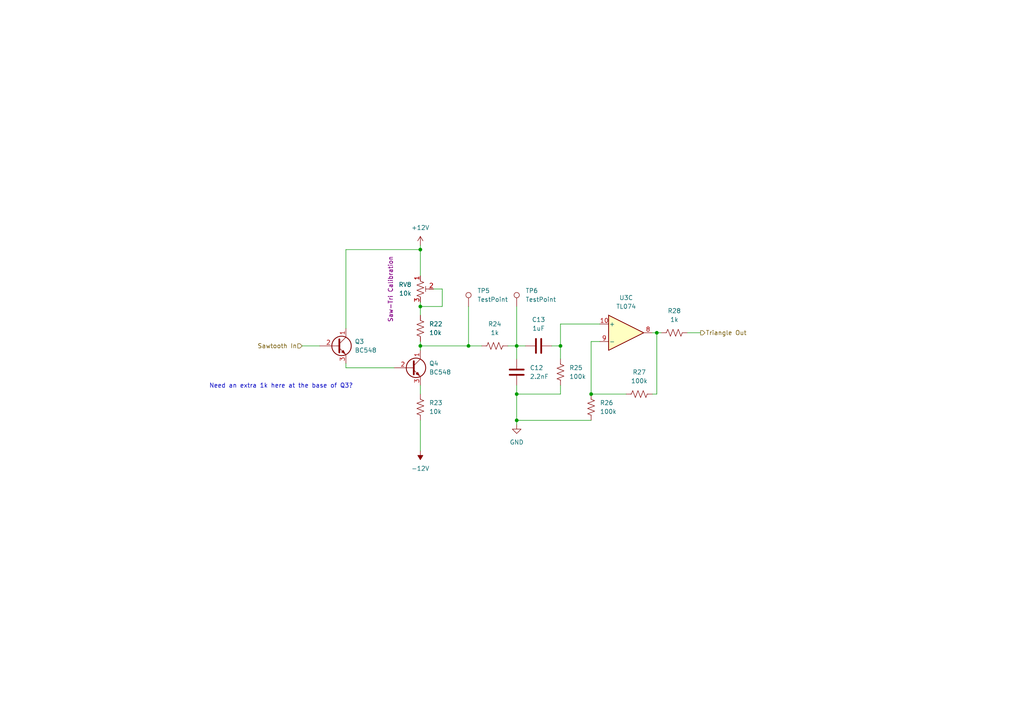
<source format=kicad_sch>
(kicad_sch (version 20231120) (generator "eeschema") (generator_version "8.0")
  (paper "A4")
  (title_block (company "DMH Instruments"))
  (lib_symbols
    (symbol "Amplifier_Operational:TL074" (pin_names (offset 0.127))
      (property "Reference" "U" (at 0 5.08 0))
      (property "Value" "TL074" (at 0 -5.08 0))
      (symbol "TL074_1_1"
        (polyline (pts (xy -5.08 5.08) (xy 5.08 0) (xy -5.08 -5.08) (xy -5.08 5.08)) (stroke (width 0.254)) (fill (type background)))
        (pin output line (at 7.62 0 180) (length 2.54) (name "~") (number "1"))
        (pin input line (at -7.62 -2.54 0) (length 2.54) (name "-") (number "2"))
        (pin input line (at -7.62 2.54 0) (length 2.54) (name "+") (number "3"))
      )
      (symbol "TL074_2_1"
        (polyline (pts (xy -5.08 5.08) (xy 5.08 0) (xy -5.08 -5.08) (xy -5.08 5.08)) (stroke (width 0.254)) (fill (type background)))
        (pin input line (at -7.62 2.54 0) (length 2.54) (name "+") (number "5"))
        (pin input line (at -7.62 -2.54 0) (length 2.54) (name "-") (number "6"))
        (pin output line (at 7.62 0 180) (length 2.54) (name "~") (number "7"))
      )
      (symbol "TL074_3_1"
        (polyline (pts (xy -5.08 5.08) (xy 5.08 0) (xy -5.08 -5.08) (xy -5.08 5.08)) (stroke (width 0.254)) (fill (type background)))
        (pin input line (at -7.62 2.54 0) (length 2.54) (name "+") (number "10"))
        (pin output line (at 7.62 0 180) (length 2.54) (name "~") (number "8"))
        (pin input line (at -7.62 -2.54 0) (length 2.54) (name "-") (number "9"))
      )
      (symbol "TL074_4_1"
        (polyline (pts (xy -5.08 5.08) (xy 5.08 0) (xy -5.08 -5.08) (xy -5.08 5.08)) (stroke (width 0.254)) (fill (type background)))
        (pin input line (at -7.62 2.54 0) (length 2.54) (name "+") (number "12"))
        (pin input line (at -7.62 -2.54 0) (length 2.54) (name "-") (number "13"))
        (pin output line (at 7.62 0 180) (length 2.54) (name "~") (number "14"))
      )
      (symbol "TL074_5_1"
        (pin power_in line (at -2.54 -7.62 90) (length 3.81) (name "V-") (number "11"))
        (pin power_in line (at -2.54 7.62 270) (length 3.81) (name "V+") (number "4"))
      )
    )
    (symbol "Connector:TestPoint" (pin_numbers hide) (pin_names (offset 0.762) hide)
      (property "Reference" "TP" (at 0 6.858 0))
      (property "Value" "TestPoint" (at 0 5.08 0))
      (symbol "TestPoint_0_1"
        (circle (center 0 3.302) (radius 0.762))
      )
      (symbol "TestPoint_1_1"
        (pin passive line (at 0 0 90) (length 2.54) (name "1") (number "1"))
      )
    )
    (symbol "Device:C" (pin_numbers hide) (pin_names (offset 0.254))
      (property "Reference" "C" (at 0.635 2.54 0))
      (property "Value" "C" (at 0.635 -2.54 0))
      (symbol "C_0_1"
        (polyline (pts (xy -2.032 -0.762) (xy 2.032 -0.762)) (stroke (width 0.508)))
        (polyline (pts (xy -2.032 0.762) (xy 2.032 0.762)) (stroke (width 0.508)))
      )
      (symbol "C_1_1"
        (pin passive line (at 0 3.81 270) (length 2.794) (name "~") (number "1"))
        (pin passive line (at 0 -3.81 90) (length 2.794) (name "~") (number "2"))
      )
    )
    (symbol "Device:R_Potentiometer_Trim_US" (pin_names (offset 1.016) hide)
      (property "Reference" "RV" (at -4.445 0 90))
      (property "Value" "R_Potentiometer_Trim_US" (at -2.54 0 90))
      (symbol "R_Potentiometer_Trim_US_0_1"
        (polyline (pts (xy 0 -2.286) (xy 0 -2.54)))
        (polyline (pts (xy 0 2.286) (xy 0 2.54)))
        (polyline (pts (xy 1.524 0.762) (xy 1.524 -0.762)))
        (polyline (pts (xy 2.54 0) (xy 1.524 0)))
        (polyline (pts (xy 0 -0.762) (xy 1.016 -1.143) (xy 0 -1.524) (xy -1.016 -1.905) (xy 0 -2.286)))
        (polyline (pts (xy 0 0.762) (xy 1.016 0.381) (xy 0 0) (xy -1.016 -0.381) (xy 0 -0.762)))
        (polyline (pts (xy 0 2.286) (xy 1.016 1.905) (xy 0 1.524) (xy -1.016 1.143) (xy 0 0.762)))
      )
      (symbol "R_Potentiometer_Trim_US_1_1"
        (pin passive line (at 0 3.81 270) (length 1.27) (name "1") (number "1"))
        (pin passive line (at 3.81 0 180) (length 1.27) (name "2") (number "2"))
        (pin passive line (at 0 -3.81 90) (length 1.27) (name "3") (number "3"))
      )
    )
    (symbol "Device:R_US" (pin_numbers hide) (pin_names (offset 0))
      (property "Reference" "R" (at 2.54 0 90))
      (property "Value" "R_US" (at -2.54 0 90))
      (symbol "R_US_0_1"
        (polyline (pts (xy 0 -2.286) (xy 0 -2.54)))
        (polyline (pts (xy 0 2.286) (xy 0 2.54)))
        (polyline (pts (xy 0 -0.762) (xy 1.016 -1.143) (xy 0 -1.524) (xy -1.016 -1.905) (xy 0 -2.286)))
        (polyline (pts (xy 0 0.762) (xy 1.016 0.381) (xy 0 0) (xy -1.016 -0.381) (xy 0 -0.762)))
        (polyline (pts (xy 0 2.286) (xy 1.016 1.905) (xy 0 1.524) (xy -1.016 1.143) (xy 0 0.762)))
      )
      (symbol "R_US_1_1"
        (pin passive line (at 0 3.81 270) (length 1.27) (name "~") (number "1"))
        (pin passive line (at 0 -3.81 90) (length 1.27) (name "~") (number "2"))
      )
    )
    (symbol "Transistor_BJT:BC548" (pin_names (offset 0) hide)
      (property "Reference" "Q" (at 5.08 1.905 0))
      (property "Value" "BC548" (at 5.08 0 0))
      (symbol "BC548_0_1"
        (polyline (pts (xy 0 0) (xy 0.635 0)))
        (polyline (pts (xy 0.635 0.635) (xy 2.54 2.54)))
        (polyline (pts (xy 0.635 -0.635) (xy 2.54 -2.54) (xy 2.54 -2.54)))
        (polyline (pts (xy 0.635 1.905) (xy 0.635 -1.905) (xy 0.635 -1.905)) (stroke (width 0.508)))
        (polyline (pts (xy 1.27 -1.778) (xy 1.778 -1.27) (xy 2.286 -2.286) (xy 1.27 -1.778) (xy 1.27 -1.778)) (fill (type outline)))
        (circle (center 1.27 0) (radius 2.8194) (stroke (width 0.254)))
      )
      (symbol "BC548_1_1"
        (pin passive line (at 2.54 5.08 270) (length 2.54) (name "C") (number "1"))
        (pin input line (at -5.08 0 0) (length 5.08) (name "B") (number "2"))
        (pin passive line (at 2.54 -5.08 90) (length 2.54) (name "E") (number "3"))
      )
    )
    (symbol "power:+12V" (power) (pin_numbers hide) (pin_names (offset 0) hide)
      (property "Value" "+12V" (at 0 3.556 0))
      (symbol "+12V_0_1"
        (polyline (pts (xy -0.762 1.27) (xy 0 2.54)))
        (polyline (pts (xy 0 0) (xy 0 2.54)))
        (polyline (pts (xy 0 2.54) (xy 0.762 1.27)))
      )
      (symbol "+12V_1_1"
        (pin power_in line (at 0 0 90) (length 0) (name "~") (number "1"))
      )
    )
    (symbol "power:-12V" (power) (pin_numbers hide) (pin_names (offset 0) hide)
      (property "Value" "-12V" (at 0 3.556 0))
      (symbol "-12V_0_0"
        (pin power_in line (at 0 0 90) (length 0) (name "~") (number "1"))
      )
      (symbol "-12V_0_1"
        (polyline (pts (xy 0 0) (xy 0 1.27) (xy 0.762 1.27) (xy 0 2.54) (xy -0.762 1.27) (xy 0 1.27)) (fill (type outline)))
      )
    )
    (symbol "power:GND" (power) (pin_numbers hide) (pin_names (offset 0) hide)
      (property "Value" "GND" (at 0 -3.81 0))
      (symbol "GND_0_1"
        (polyline (pts (xy 0 0) (xy 0 -1.27) (xy 1.27 -1.27) (xy 0 -2.54) (xy -1.27 -1.27) (xy 0 -1.27)))
      )
      (symbol "GND_1_1"
        (pin power_in line (at 0 0 270) (length 0) (name "~") (number "1"))
      )
    )
  )
  (junction (at 171.45 114.3))
  (junction (at 149.86 100.33))
  (junction (at 135.89 100.33))
  (junction (at 121.92 88.9))
  (junction (at 149.86 121.92))
  (junction (at 190.5 96.52))
  (junction (at 121.92 100.33))
  (junction (at 121.92 72.39))
  (junction (at 162.56 100.33))
  (junction (at 149.86 114.3))
  (wire (pts (xy 149.86 111.76) (xy 149.86 114.3)))
  (wire (pts (xy 162.56 93.98) (xy 173.99 93.98)))
  (wire (pts (xy 149.86 100.33) (xy 149.86 104.14)))
  (wire (pts (xy 171.45 114.3) (xy 171.45 99.06)))
  (wire (pts (xy 189.23 114.3) (xy 190.5 114.3)))
  (wire (pts (xy 190.5 96.52) (xy 190.5 114.3)))
  (wire (pts (xy 100.33 72.39) (xy 100.33 95.25)))
  (wire (pts (xy 160.02 100.33) (xy 162.56 100.33)))
  (wire (pts (xy 121.92 87.63) (xy 121.92 88.9)))
  (wire (pts (xy 121.92 100.33) (xy 135.89 100.33)))
  (wire (pts (xy 121.92 71.12) (xy 121.92 72.39)))
  (wire (pts (xy 149.86 100.33) (xy 152.4 100.33)))
  (wire (pts (xy 189.23 96.52) (xy 190.5 96.52)))
  (wire (pts (xy 121.92 100.33) (xy 121.92 101.6)))
  (wire (pts (xy 121.92 111.76) (xy 121.92 114.3)))
  (wire (pts (xy 128.27 83.82) (xy 128.27 88.9)))
  (wire (pts (xy 149.86 121.92) (xy 171.45 121.92)))
  (wire (pts (xy 162.56 100.33) (xy 162.56 104.14)))
  (wire (pts (xy 121.92 88.9) (xy 121.92 91.44)))
  (wire (pts (xy 121.92 72.39) (xy 121.92 80.01)))
  (wire (pts (xy 121.92 121.92) (xy 121.92 130.81)))
  (wire (pts (xy 87.63 100.33) (xy 92.71 100.33)))
  (wire (pts (xy 162.56 111.76) (xy 162.56 114.3)))
  (wire (pts (xy 135.89 100.33) (xy 139.7 100.33)))
  (wire (pts (xy 147.32 100.33) (xy 149.86 100.33)))
  (wire (pts (xy 100.33 105.41) (xy 100.33 106.68)))
  (wire (pts (xy 149.86 121.92) (xy 149.86 123.19)))
  (wire (pts (xy 171.45 99.06) (xy 173.99 99.06)))
  (wire (pts (xy 171.45 114.3) (xy 181.61 114.3)))
  (wire (pts (xy 190.5 96.52) (xy 191.77 96.52)))
  (wire (pts (xy 199.39 96.52) (xy 203.2 96.52)))
  (wire (pts (xy 121.92 88.9) (xy 128.27 88.9)))
  (wire (pts (xy 149.86 114.3) (xy 162.56 114.3)))
  (wire (pts (xy 135.89 88.9) (xy 135.89 100.33)))
  (wire (pts (xy 162.56 93.98) (xy 162.56 100.33)))
  (wire (pts (xy 125.73 83.82) (xy 128.27 83.82)))
  (wire (pts (xy 100.33 72.39) (xy 121.92 72.39)))
  (wire (pts (xy 121.92 99.06) (xy 121.92 100.33)))
  (wire (pts (xy 149.86 88.9) (xy 149.86 100.33)))
  (wire (pts (xy 100.33 106.68) (xy 114.3 106.68)))
  (wire (pts (xy 149.86 114.3) (xy 149.86 121.92)))
  (text "Need an extra 1k here at the base of Q3?" (at 81.534 112.014 0) (effects (font (size 1.27 1.27))))
  (hierarchical_label "Triangle Out" (shape output) (at 203.2 96.52 0))
  (hierarchical_label "Sawtooth In" (shape input) (at 87.63 100.33 180))
  (symbol (lib_id "Device:R_US") (at 143.51 100.33 90) (unit 1)
    (property "Reference" "R24" (at 143.51 93.98 90))
    (property "Value" "1k" (at 143.51 96.52 90))
    (property "Footprint" "Resistor_THT:R_Axial_DIN0204_L3.6mm_D1.6mm_P5.08mm_Horizontal" (effects (hide yes)))
    (property "Description" "Resistor, US symbol" (effects (hide yes)))
  )
  (symbol (lib_id "Amplifier_Operational:TL074") (at 181.61 96.52 0) (unit 3)
    (property "Reference" "U3" (at 181.61 86.36 0))
    (property "Value" "TL074" (at 181.61 88.9 0))
    (property "Datasheet" "http://www.ti.com/lit/ds/symlink/tl071.pdf" (effects (hide yes)))
    (property "Description" "Quad Low-Noise JFET-Input Operational Amplifiers, DIP-14/SOIC-14" (effects (hide yes)))
  )
  (symbol (lib_id "Device:R_US") (at 121.92 95.25 0) (unit 1)
    (property "Reference" "R22" (at 124.46 93.9799 0) (effects (justify left)))
    (property "Value" "10k" (at 124.46 96.5199 0) (effects (justify left)))
    (property "Footprint" "Resistor_THT:R_Axial_DIN0204_L3.6mm_D1.6mm_P5.08mm_Horizontal" (effects (hide yes)))
    (property "Description" "Resistor, US symbol" (effects (hide yes)))
  )
  (symbol (lib_id "Device:R_US") (at 185.42 114.3 90) (unit 1)
    (property "Reference" "R27" (at 185.42 107.95 90))
    (property "Value" "100k" (at 185.42 110.49 90))
    (property "Footprint" "Resistor_THT:R_Axial_DIN0204_L3.6mm_D1.6mm_P5.08mm_Horizontal" (effects (hide yes)))
    (property "Description" "Resistor, US symbol" (effects (hide yes)))
  )
  (symbol (lib_id "Device:R_US") (at 171.45 118.11 0) (unit 1)
    (property "Reference" "R26" (at 173.99 116.8399 0) (effects (justify left)))
    (property "Value" "100k" (at 173.99 119.3799 0) (effects (justify left)))
    (property "Footprint" "Resistor_THT:R_Axial_DIN0204_L3.6mm_D1.6mm_P5.08mm_Horizontal" (effects (hide yes)))
    (property "Description" "Resistor, US symbol" (effects (hide yes)))
  )
  (symbol (lib_id "Connector:TestPoint") (at 135.89 88.9 0) (unit 1)
    (property "Reference" "TP5" (at 138.43 84.3279 0) (effects (justify left)))
    (property "Value" "TestPoint" (at 138.43 86.8679 0) (effects (justify left)))
    (property "Description" "test point" (effects (hide yes)))
  )
  (symbol (lib_id "Device:R_US") (at 195.58 96.52 90) (unit 1)
    (property "Reference" "R28" (at 195.58 90.17 90))
    (property "Value" "1k" (at 195.58 92.71 90))
    (property "Footprint" "Resistor_THT:R_Axial_DIN0204_L3.6mm_D1.6mm_P5.08mm_Horizontal" (effects (hide yes)))
    (property "Description" "Resistor, US symbol" (effects (hide yes)))
  )
  (symbol (lib_id "Device:R_Potentiometer_Trim_US") (at 121.92 83.82 0) (unit 1)
    (property "Reference" "RV8" (at 119.38 82.5499 0) (effects (justify right)))
    (property "Value" "10k" (at 119.38 85.0899 0) (effects (justify right)))
    (property "Footprint" "Potentiometer_THT:Potentiometer_Bourns_3296W_Vertical" (effects (hide yes)))
    (property "Description" "Saw-Tri Calibration" (at 113.284 83.82 90))
  )
  (symbol (lib_id "Transistor_BJT:BC548") (at 97.79 100.33 0) (unit 1)
    (property "Reference" "Q3" (at 102.87 99.0599 0) (effects (justify left)))
    (property "Value" "BC548" (at 102.87 101.5999 0) (effects (justify left)))
    (property "Footprint" "Package_TO_SOT_THT:TO-92_Inline" (effects (hide yes)))
    (property "Datasheet" "https://www.onsemi.com/pub/Collateral/BC550-D.pdf" (effects (hide yes)))
    (property "Description" "0.1A Ic, 30V Vce, Small Signal NPN Transistor, TO-92" (effects (hide yes)))
  )
  (symbol (lib_id "Device:R_US") (at 162.56 107.95 0) (unit 1)
    (property "Reference" "R25" (at 165.1 106.6799 0) (effects (justify left)))
    (property "Value" "100k" (at 165.1 109.2199 0) (effects (justify left)))
    (property "Footprint" "Resistor_THT:R_Axial_DIN0204_L3.6mm_D1.6mm_P5.08mm_Horizontal" (effects (hide yes)))
    (property "Description" "Resistor, US symbol" (effects (hide yes)))
  )
  (symbol (lib_id "Device:C") (at 149.86 107.95 180) (unit 1)
    (property "Reference" "C12" (at 153.67 106.6799 0) (effects (justify right)))
    (property "Value" "2.2nF" (at 153.67 109.2199 0) (effects (justify right)))
    (property "Description" "Unpolarized capacitor" (effects (hide yes)))
  )
  (symbol (lib_id "Device:R_US") (at 121.92 118.11 0) (unit 1)
    (property "Reference" "R23" (at 124.46 116.8399 0) (effects (justify left)))
    (property "Value" "10k" (at 124.46 119.3799 0) (effects (justify left)))
    (property "Footprint" "Resistor_THT:R_Axial_DIN0204_L3.6mm_D1.6mm_P5.08mm_Horizontal" (effects (hide yes)))
    (property "Description" "Resistor, US symbol" (effects (hide yes)))
  )
  (symbol (lib_id "Connector:TestPoint") (at 149.86 88.9 0) (unit 1)
    (property "Reference" "TP6" (at 152.4 84.3279 0) (effects (justify left)))
    (property "Value" "TestPoint" (at 152.4 86.8679 0) (effects (justify left)))
    (property "Description" "test point" (effects (hide yes)))
  )
  (symbol (lib_id "Device:C") (at 156.21 100.33 90) (unit 1)
    (property "Reference" "C13" (at 156.21 92.71 90))
    (property "Value" "1uF" (at 156.21 95.25 90))
    (property "Description" "Unpolarized capacitor" (effects (hide yes)))
  )
  (symbol (lib_id "power:GND") (at 149.86 123.19 0) (unit 1)
    (property "Reference" "#PWR032" (effects (hide yes)))
    (property "Value" "GND" (at 149.86 128.27 0))
    (property "Description" "Power symbol creates a global label with name \"GND\" , ground" (effects (hide yes)))
  )
  (symbol (lib_id "Transistor_BJT:BC548") (at 119.38 106.68 0) (unit 1)
    (property "Reference" "Q4" (at 124.46 105.4099 0) (effects (justify left)))
    (property "Value" "BC548" (at 124.46 107.9499 0) (effects (justify left)))
    (property "Footprint" "Package_TO_SOT_THT:TO-92_Inline" (effects (hide yes)))
    (property "Datasheet" "https://www.onsemi.com/pub/Collateral/BC550-D.pdf" (effects (hide yes)))
    (property "Description" "0.1A Ic, 30V Vce, Small Signal NPN Transistor, TO-92" (effects (hide yes)))
  )
  (symbol (lib_id "power:+12V") (at 121.92 71.12 0) (unit 1)
    (property "Reference" "#PWR030" (effects (hide yes)))
    (property "Value" "+12V" (at 121.92 66.04 0))
    (property "Description" "Power symbol creates a global label with name \"+12V\"" (effects (hide yes)))
  )
  (symbol (lib_id "power:-12V") (at 121.92 130.81 180) (unit 1)
    (property "Reference" "#PWR031" (effects (hide yes)))
    (property "Value" "-12V" (at 121.92 135.89 0))
    (property "Description" "Power symbol creates a global label with name \"-12V\"" (effects (hide yes)))
  )
)
</source>
